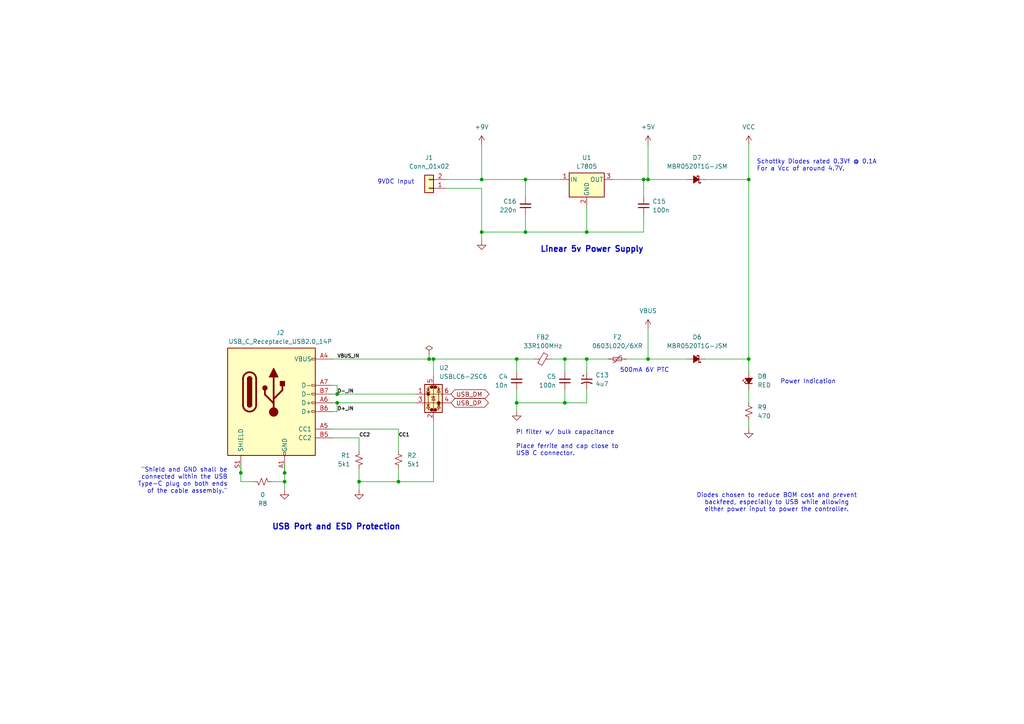
<source format=kicad_sch>
(kicad_sch (version 20250114) (generator "eeschema") (generator_version "9.0")
  (paper "A4")
  (lib_symbols
    (symbol "Connector:USB_C_Receptacle_USB2.0_14P" (pin_names (offset 1.016))
      (property "Reference" "J2" (at 0 26.67 0))
      (property "Value" "USB_C_Receptacle_USB2.0_14P" (at 0 24.13 0))
      (symbol "USB_C_Receptacle_USB2.0_14P_0_0"
        (rectangle (start 1.016 -8.89) (end 1.524 -7.874))
        (rectangle (start 10.16 19.304) (end 9.144 18.796))
        (rectangle (start 10.16 11.684) (end 9.144 11.176))
        (rectangle (start 10.16 9.144) (end 9.144 8.636))
        (rectangle (start 10.16 6.604) (end 9.144 6.096))
        (rectangle (start 10.16 4.064) (end 9.144 3.556))
      )
      (symbol "USB_C_Receptacle_USB2.0_14P_0_1"
        (rectangle (start -15.24 22.225) (end 10.16 -8.89) (stroke (width 0.254)) (fill (type background)))
        (polyline (pts (xy -10.795 5.715) (xy -10.795 13.335)) (stroke (width 0.508)))
        (rectangle (start -9.525 5.715) (end -8.255 13.335) (stroke (width 0.254)) (fill (type outline)))
        (arc (start -9.525 13.335) (mid -8.89 13.9673) (end -8.255 13.335) (stroke (width 0.254)))
        (arc (start -9.525 13.335) (mid -8.89 13.9673) (end -8.255 13.335) (stroke (width 0.254)) (fill (type outline)))
        (arc (start -10.795 13.335) (mid -8.89 15.2317) (end -6.985 13.335) (stroke (width 0.508)))
        (arc (start -6.985 5.715) (mid -8.89 3.8183) (end -10.795 5.715) (stroke (width 0.508)))
        (arc (start -8.255 5.715) (mid -8.89 5.0827) (end -9.525 5.715) (stroke (width 0.254)))
        (arc (start -8.255 5.715) (mid -8.89 5.0827) (end -9.525 5.715) (stroke (width 0.254)) (fill (type outline)))
        (polyline (pts (xy -6.985 13.335) (xy -6.985 5.715)) (stroke (width 0.508)))
        (circle (center -4.445 10.668) (radius 0.635) (stroke (width 0.254)) (fill (type outline)))
        (polyline (pts (xy -3.175 13.843) (xy -1.905 16.383) (xy -0.635 13.843) (xy -3.175 13.843)) (stroke (width 0.254)) (fill (type outline)))
        (polyline (pts (xy -1.905 7.493) (xy 0.635 10.033) (xy 0.635 11.303)) (stroke (width 0.508)))
        (polyline (pts (xy -1.905 6.223) (xy -4.445 8.763) (xy -4.445 10.033)) (stroke (width 0.508)))
        (circle (center -1.905 3.683) (radius 1.27) (fill (type outline)))
        (polyline (pts (xy -1.905 3.683) (xy -1.905 13.843)) (stroke (width 0.508)))
        (rectangle (start 0 11.303) (end 1.27 12.573) (stroke (width 0.254)) (fill (type outline)))
      )
      (symbol "USB_C_Receptacle_USB2.0_14P_1_1"
        (pin passive line (at -11.43 -13.97 90) (length 5.08) (name "SHIELD") (number "S1"))
        (pin passive line (at 1.27 -13.97 90) (length 5.08) (name "GND") (number "A1"))
        (pin passive line (at 1.27 -13.97 90) (length 5.08) (hide yes) (name "GND") (number "A12"))
        (pin passive line (at 1.27 -13.97 90) (length 5.08) (hide yes) (name "GND") (number "B1"))
        (pin passive line (at 1.27 -13.97 90) (length 5.08) (hide yes) (name "GND") (number "B12"))
        (pin passive line (at 15.24 19.05 180) (length 5.08) (name "VBUS") (number "A4"))
        (pin passive line (at 15.24 19.05 180) (length 5.08) (hide yes) (name "VBUS") (number "A9"))
        (pin passive line (at 15.24 19.05 180) (length 5.08) (hide yes) (name "VBUS") (number "B4"))
        (pin passive line (at 15.24 19.05 180) (length 5.08) (hide yes) (name "VBUS") (number "B9"))
        (pin bidirectional line (at 15.24 11.43 180) (length 5.08) (name "D-") (number "A7"))
        (pin bidirectional line (at 15.24 8.89 180) (length 5.08) (name "D-") (number "B7"))
        (pin bidirectional line (at 15.24 6.35 180) (length 5.08) (name "D+") (number "A6"))
        (pin bidirectional line (at 15.24 3.81 180) (length 5.08) (name "D+") (number "B6"))
        (pin bidirectional line (at 15.24 -1.27 180) (length 5.08) (name "CC1") (number "A5"))
        (pin bidirectional line (at 15.24 -3.81 180) (length 5.08) (name "CC2") (number "B5"))
      )
    )
    (symbol "Connector_Generic:Conn_01x02" (pin_names (offset 1.016) (hide yes))
      (property "Reference" "J" (at 0 2.54 0))
      (property "Value" "Conn_01x02" (at 0 -5.08 0))
      (symbol "Conn_01x02_1_1"
        (rectangle (start -1.27 1.27) (end 1.27 -3.81) (stroke (width 0.254)) (fill (type background)))
        (rectangle (start -1.27 0.127) (end 0 -0.127) (stroke (width 0.1524)))
        (rectangle (start -1.27 -2.413) (end 0 -2.667) (stroke (width 0.1524)))
        (pin passive line (at -5.08 0 0) (length 3.81) (name "Pin_1") (number "1"))
        (pin passive line (at -5.08 -2.54 0) (length 3.81) (name "Pin_2") (number "2"))
      )
    )
    (symbol "Device:C_Polarized_Small_US" (pin_numbers (hide yes)) (pin_names (offset 0.254) (hide yes))
      (property "Reference" "C" (at 0.254 1.778 0))
      (property "Value" "C_Polarized_Small_US" (at 0.254 -2.032 0))
      (symbol "C_Polarized_Small_US_0_1"
        (polyline (pts (xy -1.524 0.508) (xy 1.524 0.508)) (stroke (width 0.3048)))
        (polyline (pts (xy -1.27 1.524) (xy -0.762 1.524)))
        (polyline (pts (xy -1.016 1.27) (xy -1.016 1.778)))
        (arc (start -1.524 -0.762) (mid 0 -0.3734) (end 1.524 -0.762) (stroke (width 0.3048)))
      )
      (symbol "C_Polarized_Small_US_1_1"
        (pin passive line (at 0 2.54 270) (length 2.032) (name "~") (number "1"))
        (pin passive line (at 0 -2.54 90) (length 2.032) (name "~") (number "2"))
      )
    )
    (symbol "Device:C_Small" (pin_numbers (hide yes)) (pin_names (offset 0.254) (hide yes))
      (property "Reference" "C" (at 0.254 1.778 0))
      (property "Value" "C_Small" (at 0.254 -2.032 0))
      (symbol "C_Small_0_1"
        (polyline (pts (xy -1.524 0.508) (xy 1.524 0.508)) (stroke (width 0.3048)))
        (polyline (pts (xy -1.524 -0.508) (xy 1.524 -0.508)) (stroke (width 0.3302)))
      )
      (symbol "C_Small_1_1"
        (pin passive line (at 0 2.54 270) (length 2.032) (name "~") (number "1"))
        (pin passive line (at 0 -2.54 90) (length 2.032) (name "~") (number "2"))
      )
    )
    (symbol "Device:D_Schottky_Small_Filled" (pin_numbers (hide yes)) (pin_names (offset 0.254) (hide yes))
      (property "Reference" "D" (at -1.27 2.032 0))
      (property "Value" "D_Schottky_Small_Filled" (at -7.112 -2.032 0))
      (symbol "D_Schottky_Small_Filled_0_1"
        (polyline (pts (xy -1.27 0.762) (xy -1.27 1.016) (xy -0.762 1.016) (xy -0.762 -1.016) (xy -0.254 -1.016) (xy -0.254 -0.762)) (stroke (width 0.254)))
        (polyline (pts (xy -0.762 0) (xy 0.762 0)))
        (polyline (pts (xy 0.762 -1.016) (xy -0.762 0) (xy 0.762 1.016) (xy 0.762 -1.016)) (stroke (width 0.254)) (fill (type outline)))
      )
      (symbol "D_Schottky_Small_Filled_1_1"
        (pin passive line (at -2.54 0 0) (length 1.778) (name "K") (number "1"))
        (pin passive line (at 2.54 0 180) (length 1.778) (name "A") (number "2"))
      )
    )
    (symbol "Device:FerriteBead_Small" (pin_numbers (hide yes)) (pin_names (offset 0))
      (property "Reference" "FB" (at 1.905 1.27 0))
      (property "Value" "FerriteBead_Small" (at 1.905 -1.27 0))
      (symbol "FerriteBead_Small_0_1"
        (polyline (pts (xy -1.8288 0.2794) (xy -1.1176 1.4986) (xy 1.8288 -0.2032) (xy 1.1176 -1.4224) (xy -1.8288 0.2794)))
        (polyline (pts (xy 0 0.889) (xy 0 1.2954)))
        (polyline (pts (xy 0 -1.27) (xy 0 -0.7874)))
      )
      (symbol "FerriteBead_Small_1_1"
        (pin passive line (at 0 2.54 270) (length 1.27) (name "~") (number "1"))
        (pin passive line (at 0 -2.54 90) (length 1.27) (name "~") (number "2"))
      )
    )
    (symbol "Device:LED_Small_Filled" (pin_numbers (hide yes)) (pin_names (offset 0.254) (hide yes))
      (property "Reference" "D" (at -1.27 3.175 0))
      (property "Value" "LED_Small_Filled" (at -4.445 -2.54 0))
      (symbol "LED_Small_Filled_0_1"
        (polyline (pts (xy -0.762 -1.016) (xy -0.762 1.016)) (stroke (width 0.254)))
        (polyline (pts (xy 0 0.762) (xy -0.508 1.27) (xy -0.254 1.27) (xy -0.508 1.27) (xy -0.508 1.016)))
        (polyline (pts (xy 0.508 1.27) (xy 0 1.778) (xy 0.254 1.778) (xy 0 1.778) (xy 0 1.524)))
        (polyline (pts (xy 0.762 -1.016) (xy -0.762 0) (xy 0.762 1.016) (xy 0.762 -1.016)) (stroke (width 0.254)) (fill (type outline)))
        (polyline (pts (xy 1.016 0) (xy -0.762 0)))
      )
      (symbol "LED_Small_Filled_1_1"
        (pin passive line (at -2.54 0 0) (length 1.778) (name "K") (number "1"))
        (pin passive line (at 2.54 0 180) (length 1.778) (name "A") (number "2"))
      )
    )
    (symbol "Device:Polyfuse_Small" (pin_numbers (hide yes)) (pin_names (offset 0))
      (property "Reference" "F" (at -1.905 0 90))
      (property "Value" "Polyfuse_Small" (at 1.905 0 90))
      (symbol "Polyfuse_Small_0_1"
        (polyline (pts (xy -1.016 1.27) (xy -1.016 0.762) (xy 1.016 -0.762) (xy 1.016 -1.27)))
        (rectangle (start -0.508 1.27) (end 0.508 -1.27))
        (polyline (pts (xy 0 2.54) (xy 0 -2.54)))
      )
      (symbol "Polyfuse_Small_1_1"
        (pin passive line (at 0 2.54 270) (length 0.635) (name "~") (number "1"))
        (pin passive line (at 0 -2.54 90) (length 0.635) (name "~") (number "2"))
      )
    )
    (symbol "Device:R_Small_US" (pin_numbers (hide yes)) (pin_names (offset 0.254) (hide yes))
      (property "Reference" "R" (at 0.762 0.508 0))
      (property "Value" "R_Small_US" (at 0.762 -1.016 0))
      (symbol "R_Small_US_1_1"
        (polyline (pts (xy 0 1.524) (xy 1.016 1.143) (xy 0 0.762) (xy -1.016 0.381) (xy 0 0)))
        (polyline (pts (xy 0 0) (xy 1.016 -0.381) (xy 0 -0.762) (xy -1.016 -1.143) (xy 0 -1.524)))
        (pin passive line (at 0 2.54 270) (length 1.016) (name "~") (number "1"))
        (pin passive line (at 0 -2.54 90) (length 1.016) (name "~") (number "2"))
      )
    )
    (symbol "Power_Management:LM66100DCK"
      (property "Reference" "U" (at -5.08 6.096 0))
      (property "Value" "LM66100DCK" (at 0.254 -6.35 0))
      (symbol "LM66100DCK_0_1"
        (rectangle (start -5.08 5.08) (end 5.08 -5.08) (stroke (width 0.254)) (fill (type background)))
      )
      (symbol "LM66100DCK_1_1"
        (pin power_in line (at -7.62 2.54 0) (length 2.54) (name "VIN") (number "1"))
        (pin input line (at -7.62 -2.54 0) (length 2.54) (name "~{CE}") (number "3"))
        (pin no_connect line (at 0 5.08 270) (length 2.54) (hide yes) (name "NC") (number "4"))
        (pin power_in line (at 0 -7.62 90) (length 2.54) (name "GND") (number "2"))
        (pin power_out line (at 7.62 2.54 180) (length 2.54) (name "VOUT") (number "6"))
        (pin open_collector line (at 7.62 -2.54 180) (length 2.54) (name "ST") (number "5"))
      )
    )
    (symbol "Power_Protection:USBLC6-2SC6" (pin_names (hide yes))
      (property "Reference" "U" (at 0.635 5.715 0))
      (property "Value" "USBLC6-2SC6" (at 0.635 3.81 0))
      (symbol "USBLC6-2SC6_0_0"
        (circle (center -1.524 0) (radius 0.0001) (stroke (width 0.508)))
        (circle (center -0.508 2.032) (radius 0.0001) (stroke (width 0.508)))
        (circle (center -0.508 -4.572) (radius 0.0001) (stroke (width 0.508)))
        (circle (center 0.508 2.032) (radius 0.0001) (stroke (width 0.508)))
        (circle (center 0.508 -4.572) (radius 0.0001) (stroke (width 0.508)))
        (circle (center 1.524 -2.54) (radius 0.0001) (stroke (width 0.508)))
      )
      (symbol "USBLC6-2SC6_0_1"
        (polyline (pts (xy -2.54 0) (xy 2.54 0)))
        (polyline (pts (xy -2.54 -2.54) (xy 2.54 -2.54)))
        (polyline (pts (xy -2.032 0.508) (xy -1.016 0.508) (xy -1.524 1.524) (xy -2.032 0.508)))
        (polyline (pts (xy -2.032 -3.048) (xy -1.016 -3.048)))
        (polyline (pts (xy -1.016 1.524) (xy -2.032 1.524)))
        (polyline (pts (xy -1.016 -4.064) (xy -2.032 -4.064) (xy -1.524 -3.048) (xy -1.016 -4.064)))
        (polyline (pts (xy -0.508 -1.143) (xy -0.508 -0.762) (xy 0.508 -0.762)))
        (polyline (pts (xy 0 2.54) (xy -0.508 2.032) (xy 0.508 2.032) (xy 0 1.524) (xy 0 -4.064) (xy -0.508 -4.572) (xy 0.508 -4.572) (xy 0 -5.08)))
        (polyline (pts (xy 0.508 -1.778) (xy -0.508 -1.778) (xy 0 -0.762) (xy 0.508 -1.778)))
        (polyline (pts (xy 1.016 1.524) (xy 2.032 1.524)))
        (polyline (pts (xy 1.016 -3.048) (xy 2.032 -3.048)))
        (polyline (pts (xy 2.032 0.508) (xy 1.016 0.508) (xy 1.524 1.524) (xy 2.032 0.508)))
        (polyline (pts (xy 2.032 -4.064) (xy 1.016 -4.064) (xy 1.524 -3.048) (xy 2.032 -4.064)))
      )
      (symbol "USBLC6-2SC6_1_1"
        (rectangle (start -2.54 2.794) (end 2.54 -5.334) (stroke (width 0.254)) (fill (type background)))
        (polyline (pts (xy -0.508 2.032) (xy -1.524 2.032) (xy -1.524 -4.572) (xy -0.508 -4.572)))
        (polyline (pts (xy 0.508 -4.572) (xy 1.524 -4.572) (xy 1.524 2.032) (xy 0.508 2.032)))
        (pin passive line (at -5.08 0 0) (length 2.54) (name "I/O1") (number "1"))
        (pin passive line (at -5.08 -2.54 0) (length 2.54) (name "I/O2") (number "3"))
        (pin passive line (at 0 5.08 270) (length 2.54) (name "VBUS") (number "5"))
        (pin passive line (at 0 -7.62 90) (length 2.54) (name "GND") (number "2"))
        (pin passive line (at 5.08 0 180) (length 2.54) (name "I/O1") (number "6"))
        (pin passive line (at 5.08 -2.54 180) (length 2.54) (name "I/O2") (number "4"))
      )
    )
    (symbol "Regulator_Linear:L7805" (pin_names (offset 0.254))
      (property "Reference" "U" (at -3.81 3.175 0))
      (property "Value" "L7805" (at 0 3.175 0))
      (symbol "L7805_0_1"
        (rectangle (start -5.08 1.905) (end 5.08 -5.08) (stroke (width 0.254)) (fill (type background)))
      )
      (symbol "L7805_1_1"
        (pin power_in line (at -7.62 0 0) (length 2.54) (name "IN") (number "1"))
        (pin power_in line (at 0 -7.62 90) (length 2.54) (name "GND") (number "2"))
        (pin power_out line (at 7.62 0 180) (length 2.54) (name "OUT") (number "3"))
      )
    )
    (symbol "power:+5V" (power) (pin_numbers (hide yes)) (pin_names (offset 0) (hide yes))
      (property "Value" "+5V" (at 0 3.556 0))
      (symbol "+5V_0_1"
        (polyline (pts (xy -0.762 1.27) (xy 0 2.54)))
        (polyline (pts (xy 0 2.54) (xy 0.762 1.27)))
        (polyline (pts (xy 0 0) (xy 0 2.54)))
      )
      (symbol "+5V_1_1"
        (pin power_in line (at 0 0 90) (length 0) (name "~") (number "1"))
      )
    )
    (symbol "power:+9V" (power) (pin_numbers (hide yes)) (pin_names (offset 0) (hide yes))
      (property "Value" "+9V" (at 0 3.556 0))
      (symbol "+9V_0_1"
        (polyline (pts (xy -0.762 1.27) (xy 0 2.54)))
        (polyline (pts (xy 0 2.54) (xy 0.762 1.27)))
        (polyline (pts (xy 0 0) (xy 0 2.54)))
      )
      (symbol "+9V_1_1"
        (pin power_in line (at 0 0 90) (length 0) (name "~") (number "1"))
      )
    )
    (symbol "power:GND" (power) (pin_numbers (hide yes)) (pin_names (offset 0) (hide yes))
      (property "Value" "GND" (at 0 -3.81 0))
      (symbol "GND_0_1"
        (polyline (pts (xy 0 0) (xy 0 -1.27) (xy 1.27 -1.27) (xy 0 -2.54) (xy -1.27 -1.27) (xy 0 -1.27)))
      )
      (symbol "GND_1_1"
        (pin power_in line (at 0 0 270) (length 0) (name "~") (number "1"))
      )
    )
    (symbol "power:PWR_FLAG" (power) (pin_numbers (hide yes)) (pin_names (offset 0) (hide yes))
      (property "Value" "PWR_FLAG" (at 0 3.81 0))
      (symbol "PWR_FLAG_0_0"
        (pin power_out line (at 0 0 90) (length 0) (name "~") (number "1"))
      )
      (symbol "PWR_FLAG_0_1"
        (polyline (pts (xy 0 0) (xy 0 1.27) (xy -1.016 1.905) (xy 0 2.54) (xy 1.016 1.905) (xy 0 1.27)))
      )
    )
    (symbol "power:VBUS" (power) (pin_numbers (hide yes)) (pin_names (offset 0) (hide yes))
      (property "Value" "VBUS" (at 0 3.556 0))
      (symbol "VBUS_0_1"
        (polyline (pts (xy -0.762 1.27) (xy 0 2.54)))
        (polyline (pts (xy 0 2.54) (xy 0.762 1.27)))
        (polyline (pts (xy 0 0) (xy 0 2.54)))
      )
      (symbol "VBUS_1_1"
        (pin power_in line (at 0 0 90) (length 0) (name "~") (number "1"))
      )
    )
    (symbol "power:VCC" (power) (pin_numbers (hide yes)) (pin_names (offset 0) (hide yes))
      (property "Value" "VCC" (at 0 3.556 0))
      (symbol "VCC_0_1"
        (polyline (pts (xy -0.762 1.27) (xy 0 2.54)))
        (polyline (pts (xy 0 2.54) (xy 0.762 1.27)))
        (polyline (pts (xy 0 0) (xy 0 2.54)))
      )
      (symbol "VCC_1_1"
        (pin power_in line (at 0 0 90) (length 0) (name "~") (number "1"))
      )
    )
  )
  (rectangle (start 302.26 36.83) (end 400.05 104.14))
  (text "Power Indication" (at 226.314 110.744 0) (effects (font (size 1.27 1.27)) (justify left)))
  (text "Ideal Diodes" (at 335.788 94.488 0) (effects (font (size 1.651 1.651) (thickness 0.3302) (bold yes))))
  (text "Schottky Diodes rated 0.3Vf @ 0.1A\nFor a Vcc of around 4.7V." (at 219.456 48.006 0) (effects (font (size 1.27 1.27)) (justify left)))
  (text "Internal note:\nThis is also a viable option,\njust more expensive." (at 303.022 33.782 0) (effects (font (size 1.27 1.27)) (justify left)))
  (text "Linear 5v Power Supply" (at 171.704 72.39 0) (effects (font (size 1.651 1.651) (thickness 0.3302) (bold yes))))
  (text "9VDC Input" (at 114.808 52.832 0) (effects (font (size 1.27 1.27))))
  (text "Power supply OR'ing to keep\npower supplies separate and allow\nprogramming through USB with main\npower disconnected." (at 360.68 85.852 0) (effects (font (size 1.27 1.27)) (justify left)))
  (text "500mA 6V PTC" (at 186.944 107.442 0) (effects (font (size 1.27 1.27))))
  (text "USB Port and ESD Protection" (at 97.536 152.908 0) (effects (font (size 1.651 1.651) (thickness 0.3302) (bold yes))))
  (text "Diodes chosen to reduce BOM cost and prevent\nbackfeed, especially to USB while allowing\neither power input to power the controller." (at 225.298 145.796 0) (effects (font (size 1.27 1.27))))
  (text "\"Shield and GND shall be\nconnected within the USB\nType-C plug on both ends\nof the cable assembly.\"" (at 66.04 139.446 0) (effects (font (size 1.27 1.27)) (justify right)))
  (text "PI filter w/ bulk capacitance\n\nPlace ferrite and cap close to\nUSB C connector." (at 149.606 128.524 0) (effects (font (size 1.27 1.27)) (justify left)))
  (junction (at 115.57 139.7))
  (junction (at 186.69 52.07))
  (junction (at 170.18 104.14))
  (junction (at 217.17 104.14))
  (junction (at 97.79 116.84))
  (junction (at 104.14 139.7))
  (junction (at 353.06 62.23))
  (junction (at 152.4 52.07))
  (junction (at 97.79 114.3))
  (junction (at 149.86 116.84))
  (junction (at 125.73 104.14))
  (junction (at 139.7 52.07))
  (junction (at 170.18 67.31))
  (junction (at 69.85 137.16))
  (junction (at 124.46 104.14))
  (junction (at 163.83 104.14))
  (junction (at 187.96 52.07))
  (junction (at 217.17 52.07))
  (junction (at 353.06 52.07))
  (junction (at 187.96 104.14))
  (junction (at 316.23 52.07))
  (junction (at 149.86 104.14))
  (junction (at 82.55 139.7))
  (junction (at 322.58 77.47))
  (junction (at 152.4 67.31))
  (junction (at 82.55 137.16))
  (junction (at 163.83 116.84))
  (junction (at 139.7 67.31))
  (no_connect (at 344.17 57.15))
  (no_connect (at 344.17 82.55))
  (wire (pts (xy 96.52 119.38) (xy 97.79 119.38)))
  (wire (pts (xy 204.47 52.07) (xy 217.17 52.07)))
  (wire (pts (xy 149.86 113.03) (xy 149.86 116.84)))
  (wire (pts (xy 96.52 116.84) (xy 97.79 116.84)))
  (wire (pts (xy 115.57 139.7) (xy 125.73 139.7)))
  (wire (pts (xy 353.06 52.07) (xy 353.06 46.99)))
  (wire (pts (xy 69.85 134.62) (xy 69.85 137.16)))
  (wire (pts (xy 344.17 77.47) (xy 353.06 77.47)))
  (wire (pts (xy 82.55 134.62) (xy 82.55 137.16)))
  (wire (pts (xy 170.18 104.14) (xy 176.53 104.14)))
  (wire (pts (xy 307.34 52.07) (xy 316.23 52.07)))
  (wire (pts (xy 344.17 52.07) (xy 353.06 52.07)))
  (wire (pts (xy 69.85 137.16) (xy 69.85 139.7)))
  (wire (pts (xy 308.61 72.39) (xy 308.61 77.47)))
  (wire (pts (xy 181.61 104.14) (xy 187.96 104.14)))
  (wire (pts (xy 139.7 41.91) (xy 139.7 52.07)))
  (wire (pts (xy 353.06 62.23) (xy 353.06 52.07)))
  (wire (pts (xy 368.3 62.23) (xy 368.3 66.04)))
  (wire (pts (xy 149.86 104.14) (xy 149.86 107.95)))
  (wire (pts (xy 97.79 111.76) (xy 96.52 111.76)))
  (wire (pts (xy 316.23 52.07) (xy 328.93 52.07)))
  (wire (pts (xy 104.14 130.81) (xy 104.14 127)))
  (wire (pts (xy 170.18 59.69) (xy 170.18 67.31)))
  (wire (pts (xy 217.17 113.03) (xy 217.17 116.84)))
  (wire (pts (xy 139.7 54.61) (xy 129.54 54.61)))
  (wire (pts (xy 104.14 127) (xy 96.52 127)))
  (wire (pts (xy 307.34 46.99) (xy 307.34 52.07)))
  (wire (pts (xy 96.52 104.14) (xy 124.46 104.14)))
  (wire (pts (xy 124.46 102.87) (xy 124.46 104.14)))
  (wire (pts (xy 96.52 114.3) (xy 97.79 114.3)))
  (wire (pts (xy 125.73 104.14) (xy 125.73 109.22)))
  (wire (pts (xy 187.96 104.14) (xy 199.39 104.14)))
  (wire (pts (xy 163.83 104.14) (xy 163.83 107.95)))
  (wire (pts (xy 125.73 121.92) (xy 125.73 139.7)))
  (wire (pts (xy 152.4 67.31) (xy 139.7 67.31)))
  (wire (pts (xy 115.57 135.89) (xy 115.57 139.7)))
  (wire (pts (xy 149.86 116.84) (xy 149.86 119.38)))
  (wire (pts (xy 177.8 52.07) (xy 186.69 52.07)))
  (wire (pts (xy 125.73 104.14) (xy 149.86 104.14)))
  (wire (pts (xy 149.86 104.14) (xy 154.94 104.14)))
  (wire (pts (xy 187.96 95.25) (xy 187.96 104.14)))
  (wire (pts (xy 217.17 52.07) (xy 217.17 104.14)))
  (wire (pts (xy 186.69 62.23) (xy 186.69 67.31)))
  (wire (pts (xy 316.23 82.55) (xy 328.93 82.55)))
  (wire (pts (xy 187.96 41.91) (xy 187.96 52.07)))
  (wire (pts (xy 139.7 69.85) (xy 139.7 67.31)))
  (wire (pts (xy 163.83 113.03) (xy 163.83 116.84)))
  (wire (pts (xy 170.18 113.03) (xy 170.18 116.84)))
  (wire (pts (xy 152.4 52.07) (xy 162.56 52.07)))
  (wire (pts (xy 186.69 57.15) (xy 186.69 52.07)))
  (wire (pts (xy 104.14 139.7) (xy 104.14 142.24)))
  (wire (pts (xy 170.18 67.31) (xy 152.4 67.31)))
  (wire (pts (xy 96.52 124.46) (xy 115.57 124.46)))
  (wire (pts (xy 139.7 52.07) (xy 129.54 52.07)))
  (wire (pts (xy 97.79 119.38) (xy 97.79 116.84)))
  (wire (pts (xy 217.17 41.91) (xy 217.17 52.07)))
  (wire (pts (xy 97.79 114.3) (xy 97.79 111.76)))
  (wire (pts (xy 82.55 137.16) (xy 82.55 139.7)))
  (wire (pts (xy 322.58 77.47) (xy 328.93 77.47)))
  (wire (pts (xy 322.58 57.15) (xy 328.93 57.15)))
  (wire (pts (xy 308.61 77.47) (xy 322.58 77.47)))
  (wire (pts (xy 152.4 62.23) (xy 152.4 67.31)))
  (wire (pts (xy 139.7 52.07) (xy 152.4 52.07)))
  (wire (pts (xy 149.86 116.84) (xy 163.83 116.84)))
  (wire (pts (xy 97.79 114.3) (xy 120.65 114.3)))
  (wire (pts (xy 217.17 104.14) (xy 204.47 104.14)))
  (wire (pts (xy 82.55 139.7) (xy 82.55 142.24)))
  (wire (pts (xy 69.85 139.7) (xy 73.66 139.7)))
  (wire (pts (xy 124.46 104.14) (xy 125.73 104.14)))
  (wire (pts (xy 186.69 67.31) (xy 170.18 67.31)))
  (wire (pts (xy 353.06 62.23) (xy 358.14 62.23)))
  (wire (pts (xy 115.57 124.46) (xy 115.57 130.81)))
  (wire (pts (xy 363.22 62.23) (xy 368.3 62.23)))
  (wire (pts (xy 160.02 104.14) (xy 163.83 104.14)))
  (wire (pts (xy 322.58 77.47) (xy 322.58 57.15)))
  (wire (pts (xy 97.79 116.84) (xy 120.65 116.84)))
  (wire (pts (xy 368.3 71.12) (xy 368.3 74.93)))
  (wire (pts (xy 316.23 52.07) (xy 316.23 82.55)))
  (wire (pts (xy 104.14 135.89) (xy 104.14 139.7)))
  (wire (pts (xy 82.55 139.7) (xy 78.74 139.7)))
  (wire (pts (xy 353.06 77.47) (xy 353.06 62.23)))
  (wire (pts (xy 217.17 121.92) (xy 217.17 124.46)))
  (wire (pts (xy 217.17 104.14) (xy 217.17 107.95)))
  (wire (pts (xy 187.96 52.07) (xy 199.39 52.07)))
  (wire (pts (xy 187.96 52.07) (xy 186.69 52.07)))
  (wire (pts (xy 170.18 104.14) (xy 170.18 107.95)))
  (wire (pts (xy 104.14 139.7) (xy 115.57 139.7)))
  (wire (pts (xy 139.7 67.31) (xy 139.7 54.61)))
  (wire (pts (xy 163.83 116.84) (xy 170.18 116.84)))
  (wire (pts (xy 163.83 104.14) (xy 170.18 104.14)))
  (wire (pts (xy 152.4 57.15) (xy 152.4 52.07)))
  (label "D-_IN" (at 97.79 114.3 0) (effects (font (size 1.016 1.016) (thickness 0.2032) (bold yes))))
  (label "D+_IN" (at 97.79 119.38 0) (effects (font (size 1.016 1.016) (thickness 0.2032) (bold yes))))
  (label "PWR_LED_K" (at 368.3 62.23 0) (effects (font (size 1.016 1.016) (thickness 0.2032) (bold yes))))
  (label "VBUS_IN" (at 97.79 104.14 0) (effects (font (size 1.016 1.016) (thickness 0.2032) (bold yes))))
  (label "CC2" (at 104.14 127 0) (effects (font (size 1.016 1.016) (thickness 0.2032) (bold yes))))
  (label "CC1" (at 115.57 127 0) (effects (font (size 1.016 1.016) (thickness 0.2032) (bold yes))))
  (global_label "USB_DP" (shape bidirectional) (at 130.81 116.84 0) (property "Intersheetrefs" "${INTERSHEET_REFS}" (effects (hide yes))))
  (global_label "USB_DM" (shape bidirectional) (at 130.81 114.3 0) (property "Intersheetrefs" "${INTERSHEET_REFS}" (effects (hide yes))))
  (symbol (lib_id "power:VBUS") (at 187.96 95.25 0) (unit 1)
    (property "Reference" "#PWR036" (effects (hide yes)))
    (property "Value" "VBUS" (at 187.96 90.17 0))
    (property "Description" "Power symbol creates a global label with name \"VBUS\"" (effects (hide yes)))
  )
  (symbol (lib_id "power:GND") (at 336.55 62.23 0) (unit 1)
    (property "Reference" "#PWR026" (effects (hide yes)))
    (property "Value" "GND" (effects (hide yes)))
    (property "Description" "Power symbol creates a global label with name \"GND\" , ground" (effects (hide yes)))
  )
  (symbol (lib_id "power:GND") (at 82.55 142.24 0) (unit 1)
    (property "Reference" "#PWR03" (effects (hide yes)))
    (property "Value" "GND" (effects (hide yes)))
    (property "Description" "Power symbol creates a global label with name \"GND\" , ground" (effects (hide yes)))
  )
  (symbol (lib_id "Device:LED_Small_Filled") (at 360.68 62.23 180) (unit 1) (in_bom no) (on_board no)
    (property "Reference" "D1" (at 360.6165 55.88 0))
    (property "Value" "RED" (at 360.6165 58.42 0))
    (property "Footprint" "LED_SMD:LED_0603_1608Metric_Pad1.05x0.95mm_HandSolder" (effects (hide yes)))
    (property "Description" "Light emitting diode, small symbol, filled shape" (effects (hide yes)))
  )
  (symbol (lib_id "Device:R_Small_US") (at 104.14 133.35 0) (mirror x) (unit 1)
    (property "Reference" "R1" (at 101.6 132.0799 0) (effects (justify right)))
    (property "Value" "5k1" (at 101.6 134.6199 0) (effects (justify right)))
    (property "Footprint" "Resistor_SMD:R_0402_1005Metric" (effects (hide yes)))
    (property "Description" "Resistor, small US symbol" (effects (hide yes)))
  )
  (symbol (lib_id "Device:Polyfuse_Small") (at 179.07 104.14 90) (unit 1)
    (property "Reference" "F2" (at 179.07 97.79 90))
    (property "Value" "0603L020/6XR" (at 179.07 100.33 90))
    (property "Footprint" "Fuse:Fuse_0603_1608Metric_Pad1.05x0.95mm_HandSolder" (effects (hide yes)))
    (property "Description" "Resettable fuse, polymeric positive temperature coefficient, small symbol" (effects (hide yes)))
  )
  (symbol (lib_id "Device:R_Small_US") (at 368.3 68.58 0) (unit 1) (in_bom no) (on_board no)
    (property "Reference" "R3" (at 370.84 67.3099 0) (effects (justify left)))
    (property "Value" "470" (at 370.84 69.8499 0) (effects (justify left)))
    (property "Footprint" "Resistor_SMD:R_0402_1005Metric_Pad0.72x0.64mm_HandSolder" (effects (hide yes)))
    (property "Description" "Resistor, small US symbol" (effects (hide yes)))
  )
  (symbol (lib_id "Device:R_Small_US") (at 115.57 133.35 180) (unit 1)
    (property "Reference" "R2" (at 118.11 132.0799 0) (effects (justify right)))
    (property "Value" "5k1" (at 118.11 134.6199 0) (effects (justify right)))
    (property "Footprint" "Resistor_SMD:R_0402_1005Metric" (effects (hide yes)))
    (property "Description" "Resistor, small US symbol" (effects (hide yes)))
  )
  (symbol (lib_id "Device:C_Small") (at 149.86 110.49 0) (mirror x) (unit 1)
    (property "Reference" "C4" (at 147.32 109.2135 0) (effects (justify right)))
    (property "Value" "10n" (at 147.32 111.7535 0) (effects (justify right)))
    (property "Footprint" "Capacitor_SMD:C_0402_1005Metric" (effects (hide yes)))
    (property "Description" "Unpolarized capacitor, small symbol" (effects (hide yes)))
    (property "Type" "X7R" (effects (hide yes)))
  )
  (symbol (lib_id "power:PWR_FLAG") (at 124.46 102.87 0) (unit 1)
    (property "Reference" "#FLG01" (effects (hide yes)))
    (property "Value" "PWR_FLAG" (effects (hide yes)))
    (property "Description" "Special symbol for telling ERC where power comes from" (effects (hide yes)))
  )
  (symbol (lib_id "Device:D_Schottky_Small_Filled") (at 201.93 52.07 180) (unit 1)
    (property "Reference" "D7" (at 202.184 45.72 0))
    (property "Value" "MBR0520T1G-JSM" (at 202.184 48.26 0))
    (property "Footprint" "Diode_SMD:D_SOD-123" (effects (hide yes)))
    (property "Description" "Schottky diode, small symbol, filled shape" (effects (hide yes)))
  )
  (symbol (lib_id "Device:R_Small_US") (at 76.2 139.7 90) (mirror x) (unit 1)
    (property "Reference" "R8" (at 76.2 146.05 90))
    (property "Value" "0" (at 76.2 143.51 90))
    (property "Footprint" "Resistor_SMD:R_0402_1005Metric" (effects (hide yes)))
    (property "Description" "Resistor, small US symbol" (effects (hide yes)))
  )
  (symbol (lib_id "power:GND") (at 104.14 142.24 0) (unit 1)
    (property "Reference" "#PWR04" (effects (hide yes)))
    (property "Value" "GND" (effects (hide yes)))
    (property "Description" "Power symbol creates a global label with name \"GND\" , ground" (effects (hide yes)))
  )
  (symbol (lib_id "Device:C_Polarized_Small_US") (at 170.18 110.49 0) (unit 1)
    (property "Reference" "C13" (at 172.72 108.7881 0) (effects (justify left)))
    (property "Value" "4u7" (at 172.72 111.3281 0) (effects (justify left)))
    (property "Footprint" "Capacitor_SMD:CP_Elec_4x5.4" (effects (hide yes)))
    (property "Description" "Polarized capacitor, small US symbol" (effects (hide yes)))
  )
  (symbol (lib_id "Power_Protection:USBLC6-2SC6") (at 125.73 114.3 0) (unit 1)
    (property "Reference" "U2" (at 127.3811 106.68 0) (effects (justify left)))
    (property "Value" "USBLC6-2SC6" (at 127.3811 109.22 0) (effects (justify left)))
    (property "Footprint" "Package_TO_SOT_SMD:SOT-23-6" (effects (hide yes)))
    (property "Datasheet" "https://www.st.com/resource/en/datasheet/usblc6-2.pdf" (effects (hide yes)))
    (property "Description" "Very low capacitance ESD protection diode, 2 data-line, SOT-23-6" (effects (hide yes)))
  )
  (symbol (lib_id "power:GND") (at 336.55 87.63 0) (unit 1)
    (property "Reference" "#PWR040" (effects (hide yes)))
    (property "Value" "GND" (effects (hide yes)))
    (property "Description" "Power symbol creates a global label with name \"GND\" , ground" (effects (hide yes)))
  )
  (symbol (lib_id "Device:FerriteBead_Small") (at 157.48 104.14 90) (unit 1)
    (property "Reference" "FB2" (at 157.4419 97.79 90))
    (property "Value" "33R100MHz" (at 157.4419 100.33 90))
    (property "Footprint" "Inductor_SMD:L_0402_1005Metric" (effects (hide yes)))
    (property "Description" "Ferrite bead, small symbol" (effects (hide yes)))
  )
  (symbol (lib_id "Device:LED_Small_Filled") (at 217.17 110.49 90) (unit 1)
    (property "Reference" "D8" (at 219.71 109.1564 90) (effects (justify right)))
    (property "Value" "RED" (at 219.71 111.6964 90) (effects (justify right)))
    (property "Footprint" "LED_SMD:LED_0603_1608Metric" (effects (hide yes)))
    (property "Description" "Light emitting diode, small symbol, filled shape" (effects (hide yes)))
  )
  (symbol (lib_id "Device:R_Small_US") (at 217.17 119.38 0) (unit 1)
    (property "Reference" "R9" (at 219.71 118.1099 0) (effects (justify left)))
    (property "Value" "470" (at 219.71 120.6499 0) (effects (justify left)))
    (property "Footprint" "Resistor_SMD:R_0402_1005Metric" (effects (hide yes)))
    (property "Description" "Resistor, small US symbol" (effects (hide yes)))
  )
  (symbol (lib_id "power:GND") (at 149.86 119.38 0) (unit 1)
    (property "Reference" "#PWR06" (effects (hide yes)))
    (property "Value" "GND" (effects (hide yes)))
    (property "Description" "Power symbol creates a global label with name \"GND\" , ground" (effects (hide yes)))
  )
  (symbol (lib_id "power:GND") (at 368.3 74.93 0) (unit 1)
    (property "Reference" "#PWR011" (effects (hide yes)))
    (property "Value" "GND" (effects (hide yes)))
    (property "Description" "Power symbol creates a global label with name \"GND\" , ground" (effects (hide yes)))
  )
  (symbol (lib_id "power:+5V") (at 307.34 46.99 0) (unit 1)
    (property "Reference" "#PWR042" (effects (hide yes)))
    (property "Value" "+5V" (at 307.34 41.91 0))
    (property "Description" "Power symbol creates a global label with name \"+5V\"" (effects (hide yes)))
  )
  (symbol (lib_id "Power_Management:LM66100DCK") (at 336.55 80.01 0) (unit 1) (in_bom no) (on_board no)
    (property "Reference" "U6" (at 336.55 69.85 0))
    (property "Value" "LM66100DCK" (at 336.55 72.39 0))
    (property "Footprint" "Package_TO_SOT_SMD:SOT-363_SC-70-6" (effects (hide yes)))
    (property "Datasheet" "https://www.ti.com/lit/ds/symlink/lm66100.pdf" (effects (hide yes)))
    (property "Description" "Ideal Diode With Input Polarity Protection 1.5 - 5.5V  Input Voltage, 1.5A Output Current, Ron 141 mOhm, SC-70-6" (effects (hide yes)))
  )
  (symbol (lib_id "Device:C_Small") (at 152.4 59.69 0) (mirror x) (unit 1)
    (property "Reference" "C16" (at 149.86 58.4135 0) (effects (justify right)))
    (property "Value" "220n" (at 149.86 60.9535 0) (effects (justify right)))
    (property "Footprint" "Capacitor_SMD:C_0402_1005Metric" (effects (hide yes)))
    (property "Description" "Unpolarized capacitor, small symbol" (effects (hide yes)))
  )
  (symbol (lib_id "power:VCC") (at 217.17 41.91 0) (unit 1)
    (property "Reference" "#PWR07" (effects (hide yes)))
    (property "Value" "VCC" (at 217.17 36.83 0))
    (property "Description" "Power symbol creates a global label with name \"VCC\"" (effects (hide yes)))
  )
  (symbol (lib_id "Connector_Generic:Conn_01x02") (at 124.46 54.61 180) (unit 1)
    (property "Reference" "J1" (at 124.46 45.72 0))
    (property "Value" "Conn_01x02" (at 124.46 48.26 0))
    (property "Footprint" "TerminalBlock_Phoenix:TerminalBlock_Phoenix_MKDS-1,5-2-5.08_1x02_P5.08mm_Horizontal" (effects (hide yes)))
    (property "Description" "Generic connector, single row, 01x02, script generated (kicad-library-utils/schlib/autogen/connector/)" (effects (hide yes)))
  )
  (symbol (lib_id "Device:C_Small") (at 186.69 59.69 180) (unit 1)
    (property "Reference" "C15" (at 189.23 58.4135 0) (effects (justify right)))
    (property "Value" "100n" (at 189.23 60.9535 0) (effects (justify right)))
    (property "Footprint" "Capacitor_SMD:C_0402_1005Metric" (effects (hide yes)))
    (property "Description" "Unpolarized capacitor, small symbol" (effects (hide yes)))
  )
  (symbol (lib_id "Device:D_Schottky_Small_Filled") (at 201.93 104.14 180) (unit 1)
    (property "Reference" "D6" (at 202.184 97.79 0))
    (property "Value" "MBR0520T1G-JSM" (at 202.184 100.33 0))
    (property "Footprint" "Diode_SMD:D_SOD-123" (effects (hide yes)))
    (property "Description" "Schottky diode, small symbol, filled shape" (effects (hide yes)))
  )
  (symbol (lib_id "power:VCC") (at 353.06 46.99 0) (unit 1)
    (property "Reference" "#PWR043" (effects (hide yes)))
    (property "Value" "VCC" (at 353.06 41.91 0))
    (property "Description" "Power symbol creates a global label with name \"VCC\"" (effects (hide yes)))
  )
  (symbol (lib_id "power:GND") (at 139.7 69.85 0) (unit 1)
    (property "Reference" "#PWR02" (effects (hide yes)))
    (property "Value" "GND" (effects (hide yes)))
    (property "Description" "Power symbol creates a global label with name \"GND\" , ground" (effects (hide yes)))
  )
  (symbol (lib_id "power:+9V") (at 139.7 41.91 0) (unit 1)
    (property "Reference" "#PWR01" (effects (hide yes)))
    (property "Value" "+9V" (at 139.7 36.83 0))
    (property "Description" "Power symbol creates a global label with name \"+9V\"" (effects (hide yes)))
  )
  (symbol (lib_id "Connector:USB_C_Receptacle_USB2.0_14P") (at 81.28 123.19 0) (unit 1)
    (property "Reference" "J2" (at 81.28 96.52 0))
    (property "Value" "USB_C_Receptacle_USB2.0_14P" (at 81.28 99.06 0))
    (property "Footprint" "Connector_USB:USB_C_Receptacle_HRO_TYPE-C-31-M-12" (effects (hide yes)))
    (property "Datasheet" "https://www.usb.org/sites/default/files/documents/usb_type-c.zip" (effects (hide yes)))
    (property "Description" "USB 2.0-only 14P Type-C Receptacle connector" (effects (hide yes)))
  )
  (symbol (lib_id "Regulator_Linear:L7805") (at 170.18 52.07 0) (unit 1)
    (property "Reference" "U1" (at 170.18 45.72 0))
    (property "Value" "L7805" (at 170.18 48.26 0))
    (property "Footprint" "Package_TO_SOT_SMD:TO-252-3_TabPin2" (effects (hide yes)))
    (property "Datasheet" "http://www.st.com/content/ccc/resource/technical/document/datasheet/41/4f/b3/b0/12/d4/47/88/CD00000444.pdf/files/CD00000444.pdf/jcr:content/translations/en.CD00000444.pdf" (effects (hide yes)))
    (property "Description" "Positive 1.5A 35V Linear Regulator, Fixed Output 5V, TO-220/TO-263/TO-252" (effects (hide yes)))
  )
  (symbol (lib_id "Device:C_Small") (at 163.83 110.49 0) (mirror x) (unit 1)
    (property "Reference" "C5" (at 161.29 109.2135 0) (effects (justify right)))
    (property "Value" "100n" (at 161.29 111.7535 0) (effects (justify right)))
    (property "Footprint" "Capacitor_SMD:C_0402_1005Metric" (effects (hide yes)))
    (property "Description" "Unpolarized capacitor, small symbol" (effects (hide yes)))
  )
  (symbol (lib_id "power:+5V") (at 187.96 41.91 0) (unit 1)
    (property "Reference" "#PWR05" (effects (hide yes)))
    (property "Value" "+5V" (at 187.96 36.83 0))
    (property "Description" "Power symbol creates a global label with name \"+5V\"" (effects (hide yes)))
  )
  (symbol (lib_id "power:GND") (at 217.17 124.46 0) (unit 1)
    (property "Reference" "#PWR09" (effects (hide yes)))
    (property "Value" "GND" (effects (hide yes)))
    (property "Description" "Power symbol creates a global label with name \"GND\" , ground" (effects (hide yes)))
  )
  (symbol (lib_id "Power_Management:LM66100DCK") (at 336.55 54.61 0) (unit 1) (in_bom no) (on_board no)
    (property "Reference" "U4" (at 336.55 44.45 0))
    (property "Value" "LM66100DCK" (at 336.55 46.99 0))
    (property "Footprint" "Package_TO_SOT_SMD:SOT-363_SC-70-6" (effects (hide yes)))
    (property "Datasheet" "https://www.ti.com/lit/ds/symlink/lm66100.pdf" (effects (hide yes)))
    (property "Description" "Ideal Diode With Input Polarity Protection 1.5 - 5.5V  Input Voltage, 1.5A Output Current, Ron 141 mOhm, SC-70-6" (effects (hide yes)))
  )
  (symbol (lib_id "power:VBUS") (at 308.61 72.39 0) (unit 1)
    (property "Reference" "#PWR041" (effects (hide yes)))
    (property "Value" "VBUS" (at 308.61 67.31 0))
    (property "Description" "Power symbol creates a global label with name \"VBUS\"" (effects (hide yes)))
  )
)
</source>
